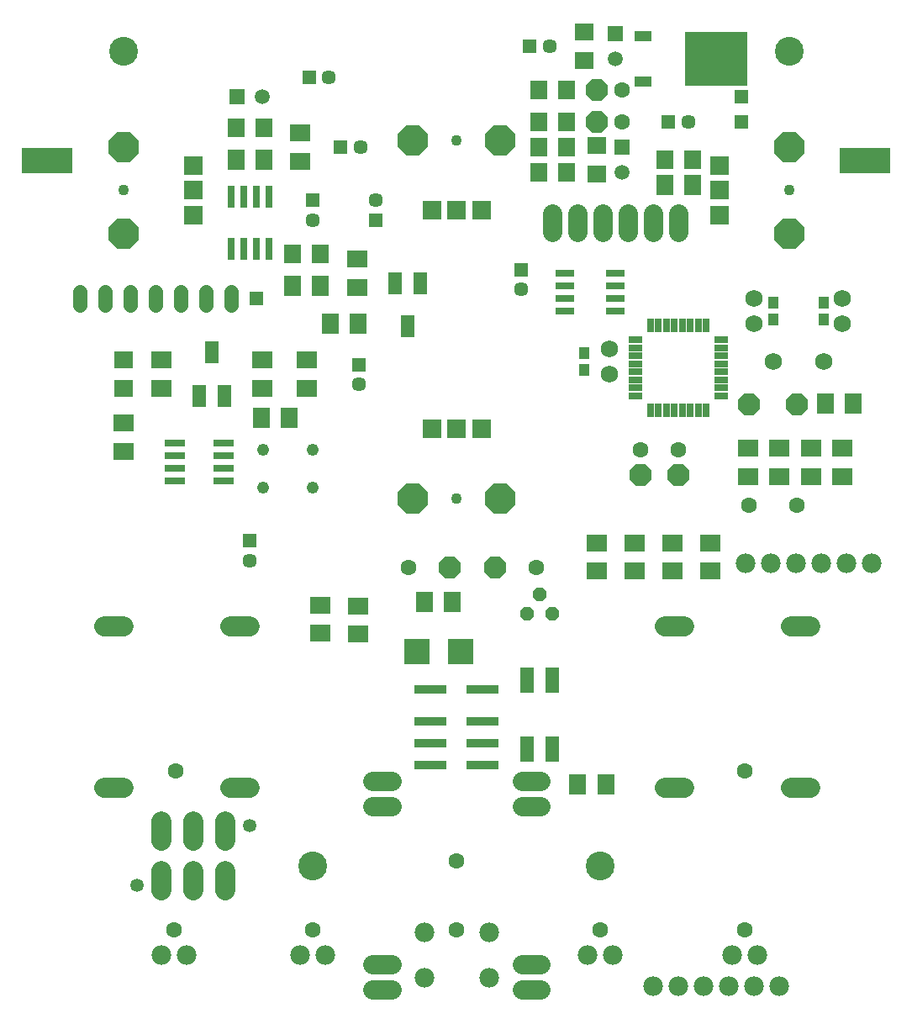
<source format=gbr>
G04 EAGLE Gerber X2 export*
%TF.Part,Single*%
%TF.FileFunction,Soldermask,Top,1*%
%TF.FilePolarity,Positive*%
%TF.GenerationSoftware,Autodesk,EAGLE,9.2.2*%
%TF.CreationDate,2019-04-19T13:43:21Z*%
G75*
%MOMM*%
%FSLAX34Y34*%
%LPD*%
%INSoldermask Top*%
%AMOC8*
5,1,8,0,0,1.08239X$1,22.5*%
G01*
%ADD10R,1.451600X1.451600*%
%ADD11C,1.451600*%
%ADD12R,1.101600X1.201600*%
%ADD13C,1.752600*%
%ADD14R,1.901600X1.701600*%
%ADD15C,1.244600*%
%ADD16R,1.701600X1.901600*%
%ADD17C,1.509600*%
%ADD18R,1.509600X1.509600*%
%ADD19R,0.711200X2.311400*%
%ADD20C,1.981200*%
%ADD21R,1.701600X2.101600*%
%ADD22R,2.101600X1.701600*%
%ADD23R,1.422400X2.286000*%
%ADD24R,1.981200X1.981200*%
%ADD25P,3.357141X8X22.500000*%
%ADD26C,1.101600*%
%ADD27R,1.422400X1.422400*%
%ADD28C,1.422400*%
%ADD29R,2.082800X0.660400*%
%ADD30R,1.371600X0.660400*%
%ADD31R,0.660400X1.371600*%
%ADD32P,3.357141X8X112.500000*%
%ADD33P,3.357141X8X202.500000*%
%ADD34P,3.357141X8X292.500000*%
%ADD35R,3.201600X0.901600*%
%ADD36R,1.371600X2.641600*%
%ADD37C,2.051600*%
%ADD38R,1.701600X1.101600*%
%ADD39R,6.301600X5.501600*%
%ADD40P,2.446851X8X22.500000*%
%ADD41R,2.501600X2.501600*%
%ADD42R,1.371600X1.371600*%
%ADD43C,1.351600*%
%ADD44C,1.981200*%
%ADD45C,2.901600*%
%ADD46R,5.181600X2.641600*%
%ADD47P,1.539592X8X22.500000*%
%ADD48R,1.821600X0.701600*%
%ADD49C,1.601600*%
%ADD50P,2.446851X8X202.500000*%


D10*
X343874Y644664D03*
D11*
X343874Y624664D03*
D10*
X360700Y790100D03*
D11*
X360700Y810100D03*
D10*
X297200Y810100D03*
D11*
X297200Y790100D03*
D12*
X811550Y707000D03*
X811550Y690000D03*
X760750Y707000D03*
X760750Y690000D03*
D13*
X595650Y635000D03*
X595650Y660400D03*
D10*
X325300Y863600D03*
D11*
X345300Y863600D03*
D14*
X106700Y649000D03*
X106700Y621000D03*
D15*
X296800Y520700D03*
X246800Y520700D03*
D10*
X293550Y933450D03*
D11*
X313550Y933450D03*
D16*
X247700Y882650D03*
X219700Y882650D03*
X276850Y755650D03*
X304850Y755650D03*
D17*
X246400Y914400D03*
D18*
X221000Y914400D03*
D19*
X214650Y761238D03*
X227350Y761238D03*
X240050Y761238D03*
X252750Y761238D03*
X252750Y813562D03*
X240050Y813562D03*
X227350Y813562D03*
X214650Y813562D03*
D20*
X538500Y796798D02*
X538500Y778002D01*
X563900Y778002D02*
X563900Y796798D01*
X589300Y796798D02*
X589300Y778002D01*
X614700Y778002D02*
X614700Y796798D01*
X640100Y796798D02*
X640100Y778002D01*
X665500Y778002D02*
X665500Y796798D01*
D21*
X219700Y850900D03*
X247700Y850900D03*
X276850Y723900D03*
X304850Y723900D03*
X314950Y685800D03*
X342950Y685800D03*
D22*
X341650Y750600D03*
X341650Y722600D03*
D23*
X405180Y726850D03*
X392450Y682850D03*
X379720Y726850D03*
D21*
X679500Y825500D03*
X651500Y825500D03*
D22*
X284500Y877600D03*
X284500Y849600D03*
X144800Y621000D03*
X144800Y649000D03*
D21*
X245100Y590550D03*
X273100Y590550D03*
D22*
X342926Y401539D03*
X342926Y373539D03*
X106700Y557500D03*
X106700Y585500D03*
X290850Y649000D03*
X290850Y621000D03*
X246400Y649000D03*
X246400Y621000D03*
D23*
X182870Y613000D03*
X195600Y657000D03*
X208330Y613000D03*
D24*
X177000Y845000D03*
X177000Y820000D03*
X177000Y795000D03*
D25*
X107000Y864000D03*
X107000Y776000D03*
D26*
X107000Y820000D03*
D27*
X240050Y711200D03*
D28*
X214650Y717804D02*
X214650Y704596D01*
X189250Y704596D02*
X189250Y717804D01*
X163850Y717804D02*
X163850Y704596D01*
X138450Y704596D02*
X138450Y717804D01*
X113050Y717804D02*
X113050Y704596D01*
X87650Y704596D02*
X87650Y717804D01*
X62250Y717804D02*
X62250Y704596D01*
D29*
X207538Y527050D03*
X207538Y539750D03*
X207538Y552450D03*
X207538Y565150D03*
X158262Y565150D03*
X158262Y552450D03*
X158262Y539750D03*
X158262Y527050D03*
D30*
X708426Y613350D03*
X708426Y621350D03*
X708426Y629350D03*
X708426Y637350D03*
X708426Y645350D03*
X708426Y653350D03*
X708426Y661350D03*
X708426Y669350D03*
D31*
X693500Y684276D03*
X685500Y684276D03*
X677500Y684276D03*
X669500Y684276D03*
X661500Y684276D03*
X653500Y684276D03*
X645500Y684276D03*
X637500Y684276D03*
D30*
X622574Y669350D03*
X622574Y661350D03*
X622574Y653350D03*
X622574Y645350D03*
X622574Y637350D03*
X622574Y629350D03*
X622574Y621350D03*
X622574Y613350D03*
D31*
X637500Y598424D03*
X645500Y598424D03*
X653500Y598424D03*
X661500Y598424D03*
X669500Y598424D03*
X677500Y598424D03*
X685500Y598424D03*
X693500Y598424D03*
D13*
X760750Y647700D03*
X811550Y647700D03*
D22*
X767100Y532100D03*
X767100Y560100D03*
X798850Y532100D03*
X798850Y560100D03*
X830600Y532100D03*
X830600Y560100D03*
X735350Y532100D03*
X735350Y560100D03*
D24*
X417000Y580000D03*
X442000Y580000D03*
X467000Y580000D03*
D32*
X398000Y510000D03*
X486000Y510000D03*
D26*
X442000Y510000D03*
D24*
X707000Y795000D03*
X707000Y820000D03*
X707000Y845000D03*
D33*
X777000Y776000D03*
X777000Y864000D03*
D26*
X777000Y820000D03*
D24*
X467000Y800000D03*
X442000Y800000D03*
X417000Y800000D03*
D34*
X486000Y870000D03*
X398000Y870000D03*
D26*
X442000Y870000D03*
D22*
X304399Y374155D03*
X304399Y402155D03*
D21*
X437489Y405703D03*
X409489Y405703D03*
D35*
X415261Y317400D03*
X415261Y285400D03*
X415261Y263400D03*
X415261Y241400D03*
X468261Y317400D03*
X468261Y285400D03*
X468261Y263400D03*
X468261Y241400D03*
D36*
X538500Y327100D03*
X513100Y327100D03*
X513100Y257100D03*
X538500Y257100D03*
D22*
X582950Y464850D03*
X582950Y436850D03*
X621050Y436850D03*
X621050Y464850D03*
X659150Y436850D03*
X659150Y464850D03*
D37*
X106250Y218850D02*
X86750Y218850D01*
X86750Y381150D02*
X106250Y381150D01*
X213750Y218850D02*
X233250Y218850D01*
X233250Y381150D02*
X213750Y381150D01*
X778750Y381150D02*
X798250Y381150D01*
X798250Y218850D02*
X778750Y218850D01*
X671250Y381150D02*
X651750Y381150D01*
X651750Y218850D02*
X671250Y218850D01*
D16*
X651500Y850900D03*
X679500Y850900D03*
D10*
X655500Y889000D03*
D11*
X675500Y889000D03*
D10*
X515800Y965200D03*
D11*
X535800Y965200D03*
D14*
X570250Y979200D03*
X570250Y951200D03*
D17*
X608350Y838200D03*
D18*
X608350Y863600D03*
D17*
X602000Y952500D03*
D18*
X602000Y977900D03*
D38*
X630200Y975300D03*
X630200Y929700D03*
D39*
X703200Y952500D03*
D10*
X233700Y467200D03*
D11*
X233700Y447200D03*
D21*
X564237Y221972D03*
X592237Y221972D03*
D15*
X296800Y558800D03*
X246800Y558800D03*
D16*
X524500Y889000D03*
X552500Y889000D03*
X524500Y863600D03*
X552500Y863600D03*
X524500Y838200D03*
X552500Y838200D03*
D14*
X582950Y864900D03*
X582950Y836900D03*
D40*
X627400Y533400D03*
X665500Y533400D03*
X582950Y920750D03*
X582950Y889000D03*
D41*
X402200Y355600D03*
X446200Y355600D03*
D42*
X729000Y914400D03*
X729000Y889000D03*
D37*
X145000Y135000D02*
X145000Y115500D01*
X177000Y115500D02*
X177000Y135000D01*
X209000Y135000D02*
X209000Y115500D01*
X209000Y165000D02*
X209000Y184500D01*
X177000Y184500D02*
X177000Y165000D01*
X145000Y165000D02*
X145000Y184500D01*
D43*
X120000Y120000D03*
X234000Y180000D03*
D44*
X474512Y72606D03*
X409488Y72606D03*
X474512Y27394D03*
X409488Y27394D03*
X170200Y50000D03*
X144800Y50000D03*
X309900Y50000D03*
X284500Y50000D03*
X599700Y50000D03*
X574300Y50000D03*
X744700Y50000D03*
X719300Y50000D03*
D22*
X697250Y436850D03*
X697250Y464850D03*
D45*
X107000Y960000D03*
X777000Y960000D03*
D16*
X552500Y920750D03*
X524500Y920750D03*
D46*
X853134Y850000D03*
X29946Y850000D03*
D47*
X538500Y393700D03*
X525800Y412750D03*
X513100Y393700D03*
D13*
X741700Y711200D03*
X741700Y685800D03*
X830600Y711200D03*
X830600Y685800D03*
D12*
X570250Y639200D03*
X570250Y656200D03*
D45*
X297000Y140000D03*
X587000Y140000D03*
D48*
X602000Y698500D03*
X602000Y711200D03*
X602000Y723900D03*
X602000Y736600D03*
X551200Y736600D03*
X551200Y723900D03*
X551200Y711200D03*
X551200Y698500D03*
D10*
X506750Y740250D03*
D11*
X506750Y720250D03*
D49*
X608350Y889000D03*
X608350Y920750D03*
X627400Y558800D03*
X665500Y558800D03*
D50*
X785183Y604258D03*
D40*
X736512Y604258D03*
D49*
X785183Y502936D03*
X736512Y502936D03*
D21*
X813494Y605553D03*
X841494Y605553D03*
D49*
X393696Y440002D03*
X522315Y440002D03*
D40*
X435510Y440002D03*
X480500Y440002D03*
D20*
X507602Y200000D02*
X526398Y200000D01*
X526398Y225400D02*
X507602Y225400D01*
X376398Y200000D02*
X357602Y200000D01*
X357602Y225400D02*
X376398Y225400D01*
X507602Y15000D02*
X526398Y15000D01*
X526398Y40400D02*
X507602Y40400D01*
X376398Y15000D02*
X357602Y15000D01*
X357602Y40400D02*
X376398Y40400D01*
D44*
X766746Y18896D03*
X741346Y18896D03*
X715946Y18896D03*
X690546Y18896D03*
X665146Y18896D03*
X639746Y18896D03*
X860263Y444561D03*
X834863Y444561D03*
X809463Y444561D03*
X784063Y444561D03*
X758663Y444561D03*
X733263Y444561D03*
D49*
X157500Y75000D03*
X297200Y75000D03*
X587000Y75000D03*
X732000Y75000D03*
X159511Y235000D03*
X732000Y235000D03*
X442000Y75000D03*
X442000Y145000D03*
M02*

</source>
